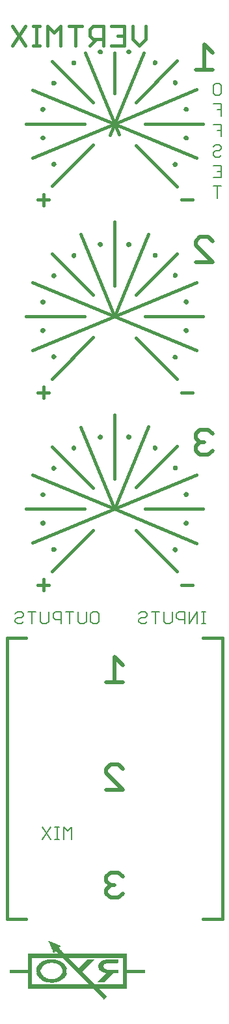
<source format=gbo>
G75*
G70*
%OFA0B0*%
%FSLAX24Y24*%
%IPPOS*%
%LPD*%
%AMOC8*
5,1,8,0,0,1.08239X$1,22.5*
%
%ADD10C,0.0210*%
%ADD11C,0.0160*%
%ADD12C,0.0120*%
%ADD13C,0.0150*%
%ADD14C,0.0170*%
%ADD15C,0.0080*%
%ADD16R,0.0012X0.0006*%
%ADD17R,0.0024X0.0006*%
%ADD18R,0.0035X0.0006*%
%ADD19R,0.0047X0.0006*%
%ADD20R,0.0059X0.0006*%
%ADD21R,0.0071X0.0006*%
%ADD22R,0.0083X0.0006*%
%ADD23R,0.0094X0.0006*%
%ADD24R,0.0106X0.0006*%
%ADD25R,0.0118X0.0006*%
%ADD26R,0.0130X0.0006*%
%ADD27R,0.0142X0.0006*%
%ADD28R,0.0154X0.0006*%
%ADD29R,0.0165X0.0006*%
%ADD30R,0.0177X0.0006*%
%ADD31R,0.0189X0.0006*%
%ADD32R,0.0201X0.0006*%
%ADD33R,0.0213X0.0006*%
%ADD34R,0.0224X0.0006*%
%ADD35R,0.0236X0.0006*%
%ADD36R,0.0248X0.0006*%
%ADD37R,0.0260X0.0006*%
%ADD38R,0.0272X0.0006*%
%ADD39R,0.0283X0.0006*%
%ADD40R,0.0289X0.0006*%
%ADD41R,0.5067X0.0006*%
%ADD42R,0.0219X0.0006*%
%ADD43R,0.0301X0.0006*%
%ADD44R,0.0331X0.0006*%
%ADD45R,0.0390X0.0006*%
%ADD46R,0.0449X0.0006*%
%ADD47R,0.0502X0.0006*%
%ADD48R,0.0543X0.0006*%
%ADD49R,0.0585X0.0006*%
%ADD50R,0.0626X0.0006*%
%ADD51R,0.0661X0.0006*%
%ADD52R,0.0691X0.0006*%
%ADD53R,0.0726X0.0006*%
%ADD54R,0.0750X0.0006*%
%ADD55R,0.0774X0.0006*%
%ADD56R,0.0803X0.0006*%
%ADD57R,0.0833X0.0006*%
%ADD58R,0.0856X0.0006*%
%ADD59R,0.0880X0.0006*%
%ADD60R,0.0904X0.0006*%
%ADD61R,0.0921X0.0006*%
%ADD62R,0.0945X0.0006*%
%ADD63R,0.0969X0.0006*%
%ADD64R,0.0986X0.0006*%
%ADD65R,0.1004X0.0006*%
%ADD66R,0.1022X0.0006*%
%ADD67R,0.1039X0.0006*%
%ADD68R,0.1063X0.0006*%
%ADD69R,0.1075X0.0006*%
%ADD70R,0.0455X0.0006*%
%ADD71R,0.0425X0.0006*%
%ADD72R,0.0402X0.0006*%
%ADD73R,0.0396X0.0006*%
%ADD74R,0.0384X0.0006*%
%ADD75R,0.0378X0.0006*%
%ADD76R,0.0372X0.0006*%
%ADD77R,0.0360X0.0006*%
%ADD78R,0.0354X0.0006*%
%ADD79R,0.0348X0.0006*%
%ADD80R,0.0343X0.0006*%
%ADD81R,0.0337X0.0006*%
%ADD82R,0.0325X0.0006*%
%ADD83R,0.0319X0.0006*%
%ADD84R,0.0313X0.0006*%
%ADD85R,0.0307X0.0006*%
%ADD86R,0.0295X0.0006*%
%ADD87R,0.0278X0.0006*%
%ADD88R,0.0266X0.0006*%
%ADD89R,0.0254X0.0006*%
%ADD90R,0.0242X0.0006*%
%ADD91R,0.0230X0.0006*%
%ADD92R,0.1104X0.0006*%
%ADD93R,0.1110X0.0006*%
%ADD94R,0.0596X0.0006*%
%ADD95R,0.0614X0.0006*%
%ADD96R,0.0638X0.0006*%
%ADD97R,0.0685X0.0006*%
%ADD98R,0.0703X0.0006*%
%ADD99R,0.0720X0.0006*%
%ADD100R,0.0738X0.0006*%
%ADD101R,0.0756X0.0006*%
%ADD102R,0.0791X0.0006*%
%ADD103R,0.0815X0.0006*%
%ADD104R,0.0827X0.0006*%
%ADD105R,0.0844X0.0006*%
%ADD106R,0.0862X0.0006*%
%ADD107R,0.0874X0.0006*%
%ADD108R,0.0886X0.0006*%
%ADD109R,0.0898X0.0006*%
%ADD110R,0.0407X0.0006*%
%ADD111R,0.0909X0.0006*%
%ADD112R,0.0419X0.0006*%
%ADD113R,0.0915X0.0006*%
%ADD114R,0.0431X0.0006*%
%ADD115R,0.0443X0.0006*%
%ADD116R,0.0467X0.0006*%
%ADD117R,0.0366X0.0006*%
%ADD118R,0.0478X0.0006*%
%ADD119R,0.0490X0.0006*%
%ADD120R,0.0514X0.0006*%
%ADD121R,0.0526X0.0006*%
%ADD122R,0.0537X0.0006*%
%ADD123R,0.0549X0.0006*%
%ADD124R,0.0561X0.0006*%
%ADD125R,0.0573X0.0006*%
%ADD126R,0.0437X0.0006*%
%ADD127R,0.0939X0.0006*%
%ADD128R,0.0933X0.0006*%
%ADD129R,0.0927X0.0006*%
%ADD130R,0.1069X0.0006*%
%ADD131R,0.1045X0.0006*%
%ADD132R,0.1033X0.0006*%
%ADD133R,0.1016X0.0006*%
%ADD134R,0.0998X0.0006*%
%ADD135R,0.0892X0.0006*%
%ADD136R,0.0980X0.0006*%
%ADD137R,0.0963X0.0006*%
%ADD138R,0.0868X0.0006*%
%ADD139R,0.0850X0.0006*%
%ADD140R,0.0821X0.0006*%
%ADD141R,0.0797X0.0006*%
%ADD142R,0.0809X0.0006*%
%ADD143R,0.0780X0.0006*%
%ADD144R,0.0715X0.0006*%
%ADD145R,0.0768X0.0006*%
%ADD146R,0.0656X0.0006*%
%ADD147R,0.0620X0.0006*%
%ADD148R,0.0709X0.0006*%
%ADD149R,0.0679X0.0006*%
%ADD150R,0.0496X0.0006*%
%ADD151R,0.0018X0.0006*%
%ADD152R,0.0030X0.0006*%
%ADD153R,0.0053X0.0006*%
%ADD154R,0.0077X0.0006*%
%ADD155R,0.0089X0.0006*%
%ADD156R,0.0100X0.0006*%
%ADD157R,0.0112X0.0006*%
%ADD158R,0.0136X0.0006*%
%ADD159R,0.0413X0.0006*%
%ADD160R,0.0461X0.0006*%
%ADD161R,0.0472X0.0006*%
%ADD162R,0.0484X0.0006*%
%ADD163R,0.0171X0.0006*%
D10*
X005637Y005785D02*
X005852Y005570D01*
X006282Y005570D01*
X006497Y005785D01*
X006497Y006646D02*
X006282Y006861D01*
X005852Y006861D01*
X005637Y006646D01*
X005637Y006431D01*
X005852Y006216D01*
X005637Y006000D01*
X005637Y005785D01*
X005852Y006216D02*
X006067Y006216D01*
X005637Y011082D02*
X006497Y011082D01*
X005637Y011943D01*
X005637Y012158D01*
X005852Y012373D01*
X006282Y012373D01*
X006497Y012158D01*
X006497Y016594D02*
X005637Y016594D01*
X006067Y016594D02*
X006067Y017885D01*
X006497Y017454D01*
X010438Y028208D02*
X010223Y028423D01*
X010223Y028638D01*
X010438Y028853D01*
X010654Y028853D01*
X010438Y028853D02*
X010223Y029068D01*
X010223Y029284D01*
X010438Y029499D01*
X010869Y029499D01*
X011084Y029284D01*
X011084Y028423D02*
X010869Y028208D01*
X010438Y028208D01*
X010223Y038050D02*
X011084Y038050D01*
X010223Y038911D01*
X010223Y039126D01*
X010438Y039341D01*
X010869Y039341D01*
X011084Y039126D01*
X011084Y047893D02*
X010223Y047893D01*
X010654Y047893D02*
X010654Y049184D01*
X011084Y048754D01*
D11*
X001543Y004481D02*
X000559Y004481D01*
X000559Y018851D01*
X001543Y018851D01*
X001874Y023713D02*
X006071Y025445D01*
X004331Y029630D01*
X002862Y028634D02*
X004968Y026528D01*
X004516Y025445D02*
X001531Y025445D01*
X001870Y027178D02*
X006071Y025445D01*
X007811Y029650D01*
X009260Y028654D02*
X007153Y026548D01*
X007626Y025445D02*
X010610Y025445D01*
X010264Y023701D02*
X006071Y025445D01*
X010264Y027189D01*
X007153Y024343D02*
X009260Y022237D01*
X010598Y018851D02*
X011583Y018851D01*
X011583Y004481D01*
X010598Y004481D01*
X006071Y027000D02*
X006071Y030260D01*
X009260Y032079D02*
X007153Y034185D01*
X007626Y035288D02*
X010610Y035288D01*
X010264Y037032D02*
X006071Y035288D01*
X004331Y039473D01*
X002862Y038477D02*
X004968Y036370D01*
X004516Y035288D02*
X001531Y035288D01*
X001870Y037020D02*
X006071Y035288D01*
X007811Y039493D01*
X009260Y038496D02*
X007153Y036390D01*
X006071Y036843D02*
X006071Y040103D01*
X009260Y041922D02*
X007153Y044028D01*
X007626Y045130D02*
X010610Y045130D01*
X010264Y043386D02*
X006071Y045130D01*
X001874Y043398D01*
X001531Y045130D02*
X004516Y045130D01*
X004968Y044048D02*
X002862Y041941D01*
X006071Y045130D02*
X001870Y046863D01*
X002862Y048319D02*
X004968Y046213D01*
X006297Y044579D02*
X004557Y048764D01*
X007575Y048764D02*
X005835Y044559D01*
X006071Y045130D02*
X010264Y046874D01*
X009260Y048339D02*
X007153Y046233D01*
X006071Y046685D02*
X006071Y048764D01*
X006071Y035288D02*
X001874Y033556D01*
X002862Y032099D02*
X004968Y034205D01*
X006071Y035288D02*
X010264Y033544D01*
X004968Y024363D02*
X002862Y022256D01*
D12*
X002898Y023374D02*
X002900Y023389D01*
X002905Y023402D01*
X002914Y023414D01*
X002925Y023424D01*
X002939Y023430D01*
X002953Y023433D01*
X002968Y023432D01*
X002982Y023427D01*
X002995Y023419D01*
X003005Y023409D01*
X003012Y023396D01*
X003016Y023381D01*
X003016Y023367D01*
X003012Y023352D01*
X003005Y023339D01*
X002995Y023329D01*
X002982Y023321D01*
X002968Y023316D01*
X002953Y023315D01*
X002939Y023318D01*
X002925Y023324D01*
X002914Y023334D01*
X002905Y023346D01*
X002900Y023359D01*
X002898Y023374D01*
X002342Y024717D02*
X002344Y024732D01*
X002349Y024745D01*
X002358Y024757D01*
X002369Y024767D01*
X002383Y024773D01*
X002397Y024776D01*
X002412Y024775D01*
X002426Y024770D01*
X002439Y024762D01*
X002449Y024752D01*
X002456Y024739D01*
X002460Y024724D01*
X002460Y024710D01*
X002456Y024695D01*
X002449Y024682D01*
X002439Y024672D01*
X002426Y024664D01*
X002412Y024659D01*
X002397Y024658D01*
X002383Y024661D01*
X002369Y024667D01*
X002358Y024677D01*
X002349Y024689D01*
X002344Y024702D01*
X002342Y024717D01*
X002342Y026174D02*
X002344Y026189D01*
X002349Y026202D01*
X002358Y026214D01*
X002369Y026224D01*
X002383Y026230D01*
X002397Y026233D01*
X002412Y026232D01*
X002426Y026227D01*
X002439Y026219D01*
X002449Y026209D01*
X002456Y026196D01*
X002460Y026181D01*
X002460Y026167D01*
X002456Y026152D01*
X002449Y026139D01*
X002439Y026129D01*
X002426Y026121D01*
X002412Y026116D01*
X002397Y026115D01*
X002383Y026118D01*
X002369Y026124D01*
X002358Y026134D01*
X002349Y026146D01*
X002344Y026159D01*
X002342Y026174D01*
X002898Y027516D02*
X002900Y027531D01*
X002905Y027544D01*
X002914Y027556D01*
X002925Y027566D01*
X002939Y027572D01*
X002953Y027575D01*
X002968Y027574D01*
X002982Y027569D01*
X002995Y027561D01*
X003005Y027551D01*
X003012Y027538D01*
X003016Y027523D01*
X003016Y027509D01*
X003012Y027494D01*
X003005Y027481D01*
X002995Y027471D01*
X002982Y027463D01*
X002968Y027458D01*
X002953Y027457D01*
X002939Y027460D01*
X002925Y027466D01*
X002914Y027476D01*
X002905Y027488D01*
X002900Y027501D01*
X002898Y027516D01*
X003925Y028552D02*
X003927Y028567D01*
X003932Y028580D01*
X003941Y028592D01*
X003952Y028602D01*
X003966Y028608D01*
X003980Y028611D01*
X003995Y028610D01*
X004009Y028605D01*
X004022Y028597D01*
X004032Y028587D01*
X004039Y028574D01*
X004043Y028559D01*
X004043Y028545D01*
X004039Y028530D01*
X004032Y028517D01*
X004022Y028507D01*
X004009Y028499D01*
X003995Y028494D01*
X003980Y028493D01*
X003966Y028496D01*
X003952Y028502D01*
X003941Y028512D01*
X003932Y028524D01*
X003927Y028537D01*
X003925Y028552D01*
X002898Y033217D02*
X002900Y033232D01*
X002905Y033245D01*
X002914Y033257D01*
X002925Y033267D01*
X002939Y033273D01*
X002953Y033276D01*
X002968Y033275D01*
X002982Y033270D01*
X002995Y033262D01*
X003005Y033252D01*
X003012Y033239D01*
X003016Y033224D01*
X003016Y033210D01*
X003012Y033195D01*
X003005Y033182D01*
X002995Y033172D01*
X002982Y033164D01*
X002968Y033159D01*
X002953Y033158D01*
X002939Y033161D01*
X002925Y033167D01*
X002914Y033177D01*
X002905Y033189D01*
X002900Y033202D01*
X002898Y033217D01*
X002342Y034559D02*
X002344Y034574D01*
X002349Y034587D01*
X002358Y034599D01*
X002369Y034609D01*
X002383Y034615D01*
X002397Y034618D01*
X002412Y034617D01*
X002426Y034612D01*
X002439Y034604D01*
X002449Y034594D01*
X002456Y034581D01*
X002460Y034566D01*
X002460Y034552D01*
X002456Y034537D01*
X002449Y034524D01*
X002439Y034514D01*
X002426Y034506D01*
X002412Y034501D01*
X002397Y034500D01*
X002383Y034503D01*
X002369Y034509D01*
X002358Y034519D01*
X002349Y034531D01*
X002344Y034544D01*
X002342Y034559D01*
X002342Y036016D02*
X002344Y036031D01*
X002349Y036044D01*
X002358Y036056D01*
X002369Y036066D01*
X002383Y036072D01*
X002397Y036075D01*
X002412Y036074D01*
X002426Y036069D01*
X002439Y036061D01*
X002449Y036051D01*
X002456Y036038D01*
X002460Y036023D01*
X002460Y036009D01*
X002456Y035994D01*
X002449Y035981D01*
X002439Y035971D01*
X002426Y035963D01*
X002412Y035958D01*
X002397Y035957D01*
X002383Y035960D01*
X002369Y035966D01*
X002358Y035976D01*
X002349Y035988D01*
X002344Y036001D01*
X002342Y036016D01*
X002898Y037359D02*
X002900Y037374D01*
X002905Y037387D01*
X002914Y037399D01*
X002925Y037409D01*
X002939Y037415D01*
X002953Y037418D01*
X002968Y037417D01*
X002982Y037412D01*
X002995Y037404D01*
X003005Y037394D01*
X003012Y037381D01*
X003016Y037366D01*
X003016Y037352D01*
X003012Y037337D01*
X003005Y037324D01*
X002995Y037314D01*
X002982Y037306D01*
X002968Y037301D01*
X002953Y037300D01*
X002939Y037303D01*
X002925Y037309D01*
X002914Y037319D01*
X002905Y037331D01*
X002900Y037344D01*
X002898Y037359D01*
X003925Y038394D02*
X003927Y038409D01*
X003932Y038422D01*
X003941Y038434D01*
X003952Y038444D01*
X003966Y038450D01*
X003980Y038453D01*
X003995Y038452D01*
X004009Y038447D01*
X004022Y038439D01*
X004032Y038429D01*
X004039Y038416D01*
X004043Y038401D01*
X004043Y038387D01*
X004039Y038372D01*
X004032Y038359D01*
X004022Y038349D01*
X004009Y038341D01*
X003995Y038336D01*
X003980Y038335D01*
X003966Y038338D01*
X003952Y038344D01*
X003941Y038354D01*
X003932Y038366D01*
X003927Y038379D01*
X003925Y038394D01*
X002898Y043059D02*
X002900Y043074D01*
X002905Y043087D01*
X002914Y043099D01*
X002925Y043109D01*
X002939Y043115D01*
X002953Y043118D01*
X002968Y043117D01*
X002982Y043112D01*
X002995Y043104D01*
X003005Y043094D01*
X003012Y043081D01*
X003016Y043066D01*
X003016Y043052D01*
X003012Y043037D01*
X003005Y043024D01*
X002995Y043014D01*
X002982Y043006D01*
X002968Y043001D01*
X002953Y043000D01*
X002939Y043003D01*
X002925Y043009D01*
X002914Y043019D01*
X002905Y043031D01*
X002900Y043044D01*
X002898Y043059D01*
X002342Y044402D02*
X002344Y044417D01*
X002349Y044430D01*
X002358Y044442D01*
X002369Y044452D01*
X002383Y044458D01*
X002397Y044461D01*
X002412Y044460D01*
X002426Y044455D01*
X002439Y044447D01*
X002449Y044437D01*
X002456Y044424D01*
X002460Y044409D01*
X002460Y044395D01*
X002456Y044380D01*
X002449Y044367D01*
X002439Y044357D01*
X002426Y044349D01*
X002412Y044344D01*
X002397Y044343D01*
X002383Y044346D01*
X002369Y044352D01*
X002358Y044362D01*
X002349Y044374D01*
X002344Y044387D01*
X002342Y044402D01*
X002342Y045859D02*
X002344Y045874D01*
X002349Y045887D01*
X002358Y045899D01*
X002369Y045909D01*
X002383Y045915D01*
X002397Y045918D01*
X002412Y045917D01*
X002426Y045912D01*
X002439Y045904D01*
X002449Y045894D01*
X002456Y045881D01*
X002460Y045866D01*
X002460Y045852D01*
X002456Y045837D01*
X002449Y045824D01*
X002439Y045814D01*
X002426Y045806D01*
X002412Y045801D01*
X002397Y045800D01*
X002383Y045803D01*
X002369Y045809D01*
X002358Y045819D01*
X002349Y045831D01*
X002344Y045844D01*
X002342Y045859D01*
X002898Y047201D02*
X002900Y047216D01*
X002905Y047229D01*
X002914Y047241D01*
X002925Y047251D01*
X002939Y047257D01*
X002953Y047260D01*
X002968Y047259D01*
X002982Y047254D01*
X002995Y047246D01*
X003005Y047236D01*
X003012Y047223D01*
X003016Y047208D01*
X003016Y047194D01*
X003012Y047179D01*
X003005Y047166D01*
X002995Y047156D01*
X002982Y047148D01*
X002968Y047143D01*
X002953Y047142D01*
X002939Y047145D01*
X002925Y047151D01*
X002914Y047161D01*
X002905Y047173D01*
X002900Y047186D01*
X002898Y047201D01*
X003925Y048237D02*
X003927Y048252D01*
X003932Y048265D01*
X003941Y048277D01*
X003952Y048287D01*
X003966Y048293D01*
X003980Y048296D01*
X003995Y048295D01*
X004009Y048290D01*
X004022Y048282D01*
X004032Y048272D01*
X004039Y048259D01*
X004043Y048244D01*
X004043Y048230D01*
X004039Y048215D01*
X004032Y048202D01*
X004022Y048192D01*
X004009Y048184D01*
X003995Y048179D01*
X003980Y048178D01*
X003966Y048181D01*
X003952Y048187D01*
X003941Y048197D01*
X003932Y048209D01*
X003927Y048222D01*
X003925Y048237D01*
X005279Y048800D02*
X005281Y048815D01*
X005286Y048828D01*
X005295Y048840D01*
X005306Y048850D01*
X005320Y048856D01*
X005334Y048859D01*
X005349Y048858D01*
X005363Y048853D01*
X005376Y048845D01*
X005386Y048835D01*
X005393Y048822D01*
X005397Y048807D01*
X005397Y048793D01*
X005393Y048778D01*
X005386Y048765D01*
X005376Y048755D01*
X005363Y048747D01*
X005349Y048742D01*
X005334Y048741D01*
X005320Y048744D01*
X005306Y048750D01*
X005295Y048760D01*
X005286Y048772D01*
X005281Y048785D01*
X005279Y048800D01*
X006740Y048800D02*
X006742Y048815D01*
X006747Y048828D01*
X006756Y048840D01*
X006767Y048850D01*
X006781Y048856D01*
X006795Y048859D01*
X006810Y048858D01*
X006824Y048853D01*
X006837Y048845D01*
X006847Y048835D01*
X006854Y048822D01*
X006858Y048807D01*
X006858Y048793D01*
X006854Y048778D01*
X006847Y048765D01*
X006837Y048755D01*
X006824Y048747D01*
X006810Y048742D01*
X006795Y048741D01*
X006781Y048744D01*
X006767Y048750D01*
X006756Y048760D01*
X006747Y048772D01*
X006742Y048785D01*
X006740Y048800D01*
X008083Y048244D02*
X008085Y048259D01*
X008090Y048272D01*
X008099Y048284D01*
X008110Y048294D01*
X008124Y048300D01*
X008138Y048303D01*
X008153Y048302D01*
X008167Y048297D01*
X008180Y048289D01*
X008190Y048279D01*
X008197Y048266D01*
X008201Y048251D01*
X008201Y048237D01*
X008197Y048222D01*
X008190Y048209D01*
X008180Y048199D01*
X008167Y048191D01*
X008153Y048186D01*
X008138Y048185D01*
X008124Y048188D01*
X008110Y048194D01*
X008099Y048204D01*
X008090Y048216D01*
X008085Y048229D01*
X008083Y048244D01*
X009118Y047221D02*
X009120Y047236D01*
X009125Y047249D01*
X009134Y047261D01*
X009145Y047271D01*
X009159Y047277D01*
X009173Y047280D01*
X009188Y047279D01*
X009202Y047274D01*
X009215Y047266D01*
X009225Y047256D01*
X009232Y047243D01*
X009236Y047228D01*
X009236Y047214D01*
X009232Y047199D01*
X009225Y047186D01*
X009215Y047176D01*
X009202Y047168D01*
X009188Y047163D01*
X009173Y047162D01*
X009159Y047165D01*
X009145Y047171D01*
X009134Y047181D01*
X009125Y047193D01*
X009120Y047206D01*
X009118Y047221D01*
X009681Y045863D02*
X009683Y045878D01*
X009688Y045891D01*
X009697Y045903D01*
X009708Y045913D01*
X009722Y045919D01*
X009736Y045922D01*
X009751Y045921D01*
X009765Y045916D01*
X009778Y045908D01*
X009788Y045898D01*
X009795Y045885D01*
X009799Y045870D01*
X009799Y045856D01*
X009795Y045841D01*
X009788Y045828D01*
X009778Y045818D01*
X009765Y045810D01*
X009751Y045805D01*
X009736Y045804D01*
X009722Y045807D01*
X009708Y045813D01*
X009697Y045823D01*
X009688Y045835D01*
X009683Y045848D01*
X009681Y045863D01*
X009677Y044398D02*
X009679Y044413D01*
X009684Y044426D01*
X009693Y044438D01*
X009704Y044448D01*
X009718Y044454D01*
X009732Y044457D01*
X009747Y044456D01*
X009761Y044451D01*
X009774Y044443D01*
X009784Y044433D01*
X009791Y044420D01*
X009795Y044405D01*
X009795Y044391D01*
X009791Y044376D01*
X009784Y044363D01*
X009774Y044353D01*
X009761Y044345D01*
X009747Y044340D01*
X009732Y044339D01*
X009718Y044342D01*
X009704Y044348D01*
X009693Y044358D01*
X009684Y044370D01*
X009679Y044383D01*
X009677Y044398D01*
X009114Y043044D02*
X009116Y043059D01*
X009121Y043072D01*
X009130Y043084D01*
X009141Y043094D01*
X009155Y043100D01*
X009169Y043103D01*
X009184Y043102D01*
X009198Y043097D01*
X009211Y043089D01*
X009221Y043079D01*
X009228Y043066D01*
X009232Y043051D01*
X009232Y043037D01*
X009228Y043022D01*
X009221Y043009D01*
X009211Y042999D01*
X009198Y042991D01*
X009184Y042986D01*
X009169Y042985D01*
X009155Y042988D01*
X009141Y042994D01*
X009130Y043004D01*
X009121Y043016D01*
X009116Y043029D01*
X009114Y043044D01*
X008083Y038402D02*
X008085Y038417D01*
X008090Y038430D01*
X008099Y038442D01*
X008110Y038452D01*
X008124Y038458D01*
X008138Y038461D01*
X008153Y038460D01*
X008167Y038455D01*
X008180Y038447D01*
X008190Y038437D01*
X008197Y038424D01*
X008201Y038409D01*
X008201Y038395D01*
X008197Y038380D01*
X008190Y038367D01*
X008180Y038357D01*
X008167Y038349D01*
X008153Y038344D01*
X008138Y038343D01*
X008124Y038346D01*
X008110Y038352D01*
X008099Y038362D01*
X008090Y038374D01*
X008085Y038387D01*
X008083Y038402D01*
X009118Y037378D02*
X009120Y037393D01*
X009125Y037406D01*
X009134Y037418D01*
X009145Y037428D01*
X009159Y037434D01*
X009173Y037437D01*
X009188Y037436D01*
X009202Y037431D01*
X009215Y037423D01*
X009225Y037413D01*
X009232Y037400D01*
X009236Y037385D01*
X009236Y037371D01*
X009232Y037356D01*
X009225Y037343D01*
X009215Y037333D01*
X009202Y037325D01*
X009188Y037320D01*
X009173Y037319D01*
X009159Y037322D01*
X009145Y037328D01*
X009134Y037338D01*
X009125Y037350D01*
X009120Y037363D01*
X009118Y037378D01*
X009681Y036020D02*
X009683Y036035D01*
X009688Y036048D01*
X009697Y036060D01*
X009708Y036070D01*
X009722Y036076D01*
X009736Y036079D01*
X009751Y036078D01*
X009765Y036073D01*
X009778Y036065D01*
X009788Y036055D01*
X009795Y036042D01*
X009799Y036027D01*
X009799Y036013D01*
X009795Y035998D01*
X009788Y035985D01*
X009778Y035975D01*
X009765Y035967D01*
X009751Y035962D01*
X009736Y035961D01*
X009722Y035964D01*
X009708Y035970D01*
X009697Y035980D01*
X009688Y035992D01*
X009683Y036005D01*
X009681Y036020D01*
X009677Y034556D02*
X009679Y034571D01*
X009684Y034584D01*
X009693Y034596D01*
X009704Y034606D01*
X009718Y034612D01*
X009732Y034615D01*
X009747Y034614D01*
X009761Y034609D01*
X009774Y034601D01*
X009784Y034591D01*
X009791Y034578D01*
X009795Y034563D01*
X009795Y034549D01*
X009791Y034534D01*
X009784Y034521D01*
X009774Y034511D01*
X009761Y034503D01*
X009747Y034498D01*
X009732Y034497D01*
X009718Y034500D01*
X009704Y034506D01*
X009693Y034516D01*
X009684Y034528D01*
X009679Y034541D01*
X009677Y034556D01*
X009114Y033201D02*
X009116Y033216D01*
X009121Y033229D01*
X009130Y033241D01*
X009141Y033251D01*
X009155Y033257D01*
X009169Y033260D01*
X009184Y033259D01*
X009198Y033254D01*
X009211Y033246D01*
X009221Y033236D01*
X009228Y033223D01*
X009232Y033208D01*
X009232Y033194D01*
X009228Y033179D01*
X009221Y033166D01*
X009211Y033156D01*
X009198Y033148D01*
X009184Y033143D01*
X009169Y033142D01*
X009155Y033145D01*
X009141Y033151D01*
X009130Y033161D01*
X009121Y033173D01*
X009116Y033186D01*
X009114Y033201D01*
X008083Y028559D02*
X008085Y028574D01*
X008090Y028587D01*
X008099Y028599D01*
X008110Y028609D01*
X008124Y028615D01*
X008138Y028618D01*
X008153Y028617D01*
X008167Y028612D01*
X008180Y028604D01*
X008190Y028594D01*
X008197Y028581D01*
X008201Y028566D01*
X008201Y028552D01*
X008197Y028537D01*
X008190Y028524D01*
X008180Y028514D01*
X008167Y028506D01*
X008153Y028501D01*
X008138Y028500D01*
X008124Y028503D01*
X008110Y028509D01*
X008099Y028519D01*
X008090Y028531D01*
X008085Y028544D01*
X008083Y028559D01*
X009118Y027536D02*
X009120Y027551D01*
X009125Y027564D01*
X009134Y027576D01*
X009145Y027586D01*
X009159Y027592D01*
X009173Y027595D01*
X009188Y027594D01*
X009202Y027589D01*
X009215Y027581D01*
X009225Y027571D01*
X009232Y027558D01*
X009236Y027543D01*
X009236Y027529D01*
X009232Y027514D01*
X009225Y027501D01*
X009215Y027491D01*
X009202Y027483D01*
X009188Y027478D01*
X009173Y027477D01*
X009159Y027480D01*
X009145Y027486D01*
X009134Y027496D01*
X009125Y027508D01*
X009120Y027521D01*
X009118Y027536D01*
X009681Y026178D02*
X009683Y026193D01*
X009688Y026206D01*
X009697Y026218D01*
X009708Y026228D01*
X009722Y026234D01*
X009736Y026237D01*
X009751Y026236D01*
X009765Y026231D01*
X009778Y026223D01*
X009788Y026213D01*
X009795Y026200D01*
X009799Y026185D01*
X009799Y026171D01*
X009795Y026156D01*
X009788Y026143D01*
X009778Y026133D01*
X009765Y026125D01*
X009751Y026120D01*
X009736Y026119D01*
X009722Y026122D01*
X009708Y026128D01*
X009697Y026138D01*
X009688Y026150D01*
X009683Y026163D01*
X009681Y026178D01*
X009677Y024713D02*
X009679Y024728D01*
X009684Y024741D01*
X009693Y024753D01*
X009704Y024763D01*
X009718Y024769D01*
X009732Y024772D01*
X009747Y024771D01*
X009761Y024766D01*
X009774Y024758D01*
X009784Y024748D01*
X009791Y024735D01*
X009795Y024720D01*
X009795Y024706D01*
X009791Y024691D01*
X009784Y024678D01*
X009774Y024668D01*
X009761Y024660D01*
X009747Y024655D01*
X009732Y024654D01*
X009718Y024657D01*
X009704Y024663D01*
X009693Y024673D01*
X009684Y024685D01*
X009679Y024698D01*
X009677Y024713D01*
X009114Y023359D02*
X009116Y023374D01*
X009121Y023387D01*
X009130Y023399D01*
X009141Y023409D01*
X009155Y023415D01*
X009169Y023418D01*
X009184Y023417D01*
X009198Y023412D01*
X009211Y023404D01*
X009221Y023394D01*
X009228Y023381D01*
X009232Y023366D01*
X009232Y023352D01*
X009228Y023337D01*
X009221Y023324D01*
X009211Y023314D01*
X009198Y023306D01*
X009184Y023301D01*
X009169Y023300D01*
X009155Y023303D01*
X009141Y023309D01*
X009130Y023319D01*
X009121Y023331D01*
X009116Y023344D01*
X009114Y023359D01*
X006740Y029115D02*
X006742Y029130D01*
X006747Y029143D01*
X006756Y029155D01*
X006767Y029165D01*
X006781Y029171D01*
X006795Y029174D01*
X006810Y029173D01*
X006824Y029168D01*
X006837Y029160D01*
X006847Y029150D01*
X006854Y029137D01*
X006858Y029122D01*
X006858Y029108D01*
X006854Y029093D01*
X006847Y029080D01*
X006837Y029070D01*
X006824Y029062D01*
X006810Y029057D01*
X006795Y029056D01*
X006781Y029059D01*
X006767Y029065D01*
X006756Y029075D01*
X006747Y029087D01*
X006742Y029100D01*
X006740Y029115D01*
X005279Y029115D02*
X005281Y029130D01*
X005286Y029143D01*
X005295Y029155D01*
X005306Y029165D01*
X005320Y029171D01*
X005334Y029174D01*
X005349Y029173D01*
X005363Y029168D01*
X005376Y029160D01*
X005386Y029150D01*
X005393Y029137D01*
X005397Y029122D01*
X005397Y029108D01*
X005393Y029093D01*
X005386Y029080D01*
X005376Y029070D01*
X005363Y029062D01*
X005349Y029057D01*
X005334Y029056D01*
X005320Y029059D01*
X005306Y029065D01*
X005295Y029075D01*
X005286Y029087D01*
X005281Y029100D01*
X005279Y029115D01*
X005279Y038957D02*
X005281Y038972D01*
X005286Y038985D01*
X005295Y038997D01*
X005306Y039007D01*
X005320Y039013D01*
X005334Y039016D01*
X005349Y039015D01*
X005363Y039010D01*
X005376Y039002D01*
X005386Y038992D01*
X005393Y038979D01*
X005397Y038964D01*
X005397Y038950D01*
X005393Y038935D01*
X005386Y038922D01*
X005376Y038912D01*
X005363Y038904D01*
X005349Y038899D01*
X005334Y038898D01*
X005320Y038901D01*
X005306Y038907D01*
X005295Y038917D01*
X005286Y038929D01*
X005281Y038942D01*
X005279Y038957D01*
X006740Y038957D02*
X006742Y038972D01*
X006747Y038985D01*
X006756Y038997D01*
X006767Y039007D01*
X006781Y039013D01*
X006795Y039016D01*
X006810Y039015D01*
X006824Y039010D01*
X006837Y039002D01*
X006847Y038992D01*
X006854Y038979D01*
X006858Y038964D01*
X006858Y038950D01*
X006854Y038935D01*
X006847Y038922D01*
X006837Y038912D01*
X006824Y038904D01*
X006810Y038899D01*
X006795Y038898D01*
X006781Y038901D01*
X006767Y038907D01*
X006756Y038917D01*
X006747Y038929D01*
X006742Y038942D01*
X006740Y038957D01*
D13*
X009503Y041241D02*
X010071Y041241D01*
X010071Y031398D02*
X009503Y031398D01*
X009503Y021556D02*
X010071Y021556D01*
X002708Y021556D02*
X002141Y021556D01*
X002425Y021839D02*
X002425Y021272D01*
X002425Y031115D02*
X002425Y031682D01*
X002708Y031398D02*
X002141Y031398D01*
X002425Y040957D02*
X002425Y041524D01*
X002708Y041241D02*
X002141Y041241D01*
D14*
X002221Y049113D02*
X001884Y049113D01*
X002053Y049113D02*
X002053Y050125D01*
X002221Y050125D02*
X001884Y050125D01*
X001496Y050125D02*
X000822Y049113D01*
X001496Y049113D02*
X000822Y050125D01*
X002634Y050125D02*
X002634Y049113D01*
X002971Y049788D02*
X002634Y050125D01*
X002971Y049788D02*
X003309Y050125D01*
X003309Y049113D01*
X003722Y050125D02*
X004396Y050125D01*
X004059Y050125D02*
X004059Y049113D01*
X004809Y049113D02*
X005147Y049450D01*
X004978Y049450D02*
X005484Y049450D01*
X005484Y049113D02*
X005484Y050125D01*
X004978Y050125D01*
X004809Y049956D01*
X004809Y049619D01*
X004978Y049450D01*
X005897Y049113D02*
X006571Y049113D01*
X006571Y050125D01*
X005897Y050125D01*
X006234Y049619D02*
X006571Y049619D01*
X006984Y049450D02*
X006984Y050125D01*
X006984Y049450D02*
X007322Y049113D01*
X007659Y049450D01*
X007659Y050125D01*
D15*
X011129Y047099D02*
X011129Y046685D01*
X011232Y046582D01*
X011439Y046582D01*
X011543Y046685D01*
X011543Y047099D01*
X011439Y047202D01*
X011232Y047202D01*
X011129Y047099D01*
X011129Y046152D02*
X011543Y046152D01*
X011543Y045532D01*
X011543Y045842D02*
X011336Y045842D01*
X011543Y045102D02*
X011129Y045102D01*
X011336Y044792D02*
X011543Y044792D01*
X011543Y044482D02*
X011543Y045102D01*
X011439Y044052D02*
X011543Y043949D01*
X011543Y043845D01*
X011439Y043742D01*
X011232Y043742D01*
X011129Y043639D01*
X011129Y043535D01*
X011232Y043432D01*
X011439Y043432D01*
X011543Y043535D01*
X011439Y044052D02*
X011232Y044052D01*
X011129Y043949D01*
X011129Y043002D02*
X011543Y043002D01*
X011543Y042382D01*
X011129Y042382D01*
X011129Y041952D02*
X011543Y041952D01*
X011543Y042692D02*
X011336Y042692D01*
X011336Y041952D02*
X011336Y041332D01*
X010735Y020200D02*
X010529Y020200D01*
X010632Y020200D02*
X010632Y019580D01*
X010735Y019580D02*
X010529Y019580D01*
X010306Y019580D02*
X010306Y020200D01*
X009892Y019580D01*
X009892Y020200D01*
X009661Y020200D02*
X009661Y019580D01*
X009661Y019787D02*
X009351Y019787D01*
X009248Y019890D01*
X009248Y020097D01*
X009351Y020200D01*
X009661Y020200D01*
X009017Y020200D02*
X009017Y019683D01*
X008913Y019580D01*
X008706Y019580D01*
X008603Y019683D01*
X008603Y020200D01*
X008372Y020200D02*
X007958Y020200D01*
X008165Y020200D02*
X008165Y019580D01*
X007728Y019683D02*
X007624Y019580D01*
X007417Y019580D01*
X007314Y019683D01*
X007314Y019787D01*
X007417Y019890D01*
X007624Y019890D01*
X007728Y019993D01*
X007728Y020097D01*
X007624Y020200D01*
X007417Y020200D01*
X007314Y020097D01*
X005263Y020097D02*
X005263Y019683D01*
X005160Y019580D01*
X004953Y019580D01*
X004849Y019683D01*
X004849Y020097D01*
X004953Y020200D01*
X005160Y020200D01*
X005263Y020097D01*
X004618Y020200D02*
X004618Y019683D01*
X004515Y019580D01*
X004308Y019580D01*
X004205Y019683D01*
X004205Y020200D01*
X003974Y020200D02*
X003560Y020200D01*
X003767Y020200D02*
X003767Y019580D01*
X003329Y019580D02*
X003329Y020200D01*
X003019Y020200D01*
X002916Y020097D01*
X002916Y019890D01*
X003019Y019787D01*
X003329Y019787D01*
X002685Y019683D02*
X002581Y019580D01*
X002375Y019580D01*
X002271Y019683D01*
X002271Y020200D01*
X002040Y020200D02*
X001627Y020200D01*
X001833Y020200D02*
X001833Y019580D01*
X001396Y019683D02*
X001292Y019580D01*
X001085Y019580D01*
X000982Y019683D01*
X000982Y019787D01*
X001085Y019890D01*
X001292Y019890D01*
X001396Y019993D01*
X001396Y020097D01*
X001292Y020200D01*
X001085Y020200D01*
X000982Y020097D01*
X002685Y020200D02*
X002685Y019683D01*
X002791Y009177D02*
X002377Y008556D01*
X002791Y008556D02*
X002377Y009177D01*
X003014Y009177D02*
X003221Y009177D01*
X003117Y009177D02*
X003117Y008556D01*
X003014Y008556D02*
X003221Y008556D01*
X003452Y008556D02*
X003452Y009177D01*
X003659Y008970D01*
X003865Y009177D01*
X003865Y008556D01*
D16*
X002712Y003327D03*
X002954Y002737D03*
X005523Y000369D03*
D17*
X005523Y000374D03*
X002717Y003321D03*
D18*
X002723Y003315D03*
X002960Y002754D03*
X005523Y000380D03*
D19*
X005523Y000386D03*
X002960Y002760D03*
X002735Y003309D03*
D20*
X002741Y003304D03*
X002965Y002772D03*
X005523Y000392D03*
D21*
X005523Y000398D03*
X002965Y002778D03*
X002753Y003298D03*
D22*
X002759Y003292D03*
X005523Y000404D03*
D23*
X005523Y000410D03*
X002971Y002796D03*
D24*
X002776Y003280D03*
X005523Y000416D03*
D25*
X005523Y000422D03*
X002977Y002813D03*
D26*
X002977Y002819D03*
X002794Y003268D03*
X005523Y000428D03*
D27*
X005523Y000433D03*
X002983Y002831D03*
X002800Y003262D03*
D28*
X002812Y003256D03*
X005523Y000439D03*
D29*
X005523Y000445D03*
X002818Y003250D03*
D30*
X005523Y000451D03*
D31*
X005523Y000457D03*
X002836Y003239D03*
D32*
X002841Y003233D03*
X001737Y002477D03*
X001737Y002471D03*
X001737Y002465D03*
X001737Y002459D03*
X001737Y002453D03*
X001737Y002447D03*
X001737Y002441D03*
X001737Y002435D03*
X001737Y002430D03*
X001737Y002424D03*
X001737Y002418D03*
X001737Y002412D03*
X001737Y002406D03*
X001737Y002400D03*
X001737Y002394D03*
X001737Y002388D03*
X001737Y002382D03*
X001737Y002376D03*
X001737Y002370D03*
X001737Y002365D03*
X001737Y002359D03*
X001737Y002353D03*
X001737Y002347D03*
X001737Y002341D03*
X001737Y002335D03*
X001737Y002329D03*
X001737Y002323D03*
X001737Y002317D03*
X001737Y002311D03*
X001737Y002306D03*
X001737Y002300D03*
X001737Y002294D03*
X001737Y002288D03*
X001737Y002282D03*
X001737Y002276D03*
X001737Y002270D03*
X001737Y002264D03*
X001737Y002258D03*
X001737Y002252D03*
X001737Y002246D03*
X001737Y002241D03*
X001737Y002235D03*
X001737Y002229D03*
X001737Y002223D03*
X001737Y002217D03*
X001737Y002211D03*
X001737Y002205D03*
X001737Y002199D03*
X001737Y002193D03*
X001737Y002187D03*
X001737Y002181D03*
X001737Y002176D03*
X001737Y002170D03*
X001737Y002164D03*
X001737Y002158D03*
X001737Y002152D03*
X001737Y002146D03*
X001737Y002140D03*
X001737Y002134D03*
X001737Y002128D03*
X001737Y002122D03*
X001737Y002117D03*
X001737Y002111D03*
X001737Y002105D03*
X001737Y002099D03*
X001737Y002093D03*
X001737Y002087D03*
X001737Y002081D03*
X001737Y002075D03*
X001737Y002069D03*
X001737Y002063D03*
X001737Y002057D03*
X001737Y002052D03*
X001737Y002046D03*
X001737Y002040D03*
X001737Y002034D03*
X001737Y002028D03*
X001737Y002022D03*
X001737Y002016D03*
X001737Y002010D03*
X001737Y002004D03*
X001737Y001998D03*
X001737Y001993D03*
X001737Y001987D03*
X001737Y001981D03*
X001737Y001975D03*
X001737Y001969D03*
X001737Y001963D03*
X001737Y001957D03*
X001737Y001951D03*
X001737Y001945D03*
X001737Y001939D03*
X001737Y001933D03*
X001737Y001928D03*
X001737Y001922D03*
X001737Y001916D03*
X001737Y001910D03*
X001737Y001904D03*
X001737Y001898D03*
X001737Y001892D03*
X001737Y001886D03*
X001737Y001880D03*
X001737Y001874D03*
X001737Y001869D03*
X001737Y001697D03*
X001737Y001691D03*
X001737Y001685D03*
X001737Y001680D03*
X001737Y001674D03*
X001737Y001668D03*
X001737Y001662D03*
X001737Y001656D03*
X001737Y001650D03*
X001737Y001644D03*
X001737Y001638D03*
X001737Y001632D03*
X001737Y001626D03*
X001737Y001620D03*
X001737Y001615D03*
X001737Y001609D03*
X001737Y001603D03*
X001737Y001597D03*
X001737Y001591D03*
X001737Y001585D03*
X001737Y001579D03*
X001737Y001573D03*
X001737Y001567D03*
X001737Y001561D03*
X001737Y001556D03*
X001737Y001550D03*
X001737Y001544D03*
X001737Y001538D03*
X001737Y001532D03*
X001737Y001526D03*
X001737Y001520D03*
X001737Y001514D03*
X001737Y001508D03*
X001737Y001502D03*
X001737Y001496D03*
X001737Y001491D03*
X001737Y001485D03*
X001737Y001479D03*
X001737Y001473D03*
X001737Y001467D03*
X001737Y001461D03*
X001737Y001455D03*
X001737Y001449D03*
X001737Y001443D03*
X001737Y001437D03*
X001737Y001431D03*
X001737Y001426D03*
X001737Y001420D03*
X001737Y001414D03*
X001737Y001408D03*
X001737Y001402D03*
X001737Y001396D03*
X001737Y001390D03*
X001737Y001384D03*
X001737Y001378D03*
X001737Y001372D03*
X001737Y001367D03*
X001737Y001361D03*
X001737Y001355D03*
X001737Y001349D03*
X001737Y001343D03*
X001737Y001337D03*
X001737Y001331D03*
X001737Y001325D03*
X001737Y001319D03*
X001737Y001313D03*
X001737Y001307D03*
X001737Y001302D03*
X001737Y001296D03*
X001737Y001290D03*
X001737Y001284D03*
X001737Y001278D03*
X001737Y001272D03*
X001737Y001266D03*
X001737Y001260D03*
X001737Y001254D03*
X001737Y001248D03*
X001737Y001243D03*
X001737Y001237D03*
X001737Y001231D03*
X001737Y001225D03*
X001737Y001219D03*
X001737Y001213D03*
X001737Y001207D03*
X001737Y001201D03*
X001737Y001195D03*
X001737Y001189D03*
X001737Y001183D03*
X001737Y001178D03*
X001737Y001172D03*
X001737Y001166D03*
X001737Y001160D03*
X001737Y001154D03*
X001737Y001148D03*
X001737Y001142D03*
X005523Y000463D03*
X006603Y001142D03*
X006603Y001148D03*
X006603Y001154D03*
X006603Y001160D03*
X006603Y001166D03*
X006603Y001172D03*
X006603Y001178D03*
X006603Y001183D03*
X006603Y001189D03*
X006603Y001195D03*
X006603Y001201D03*
X006603Y001207D03*
X006603Y001213D03*
X006603Y001219D03*
X006603Y001225D03*
X006603Y001231D03*
X006603Y001237D03*
X006603Y001243D03*
X006603Y001248D03*
X006603Y001254D03*
X006603Y001260D03*
X006603Y001266D03*
X006603Y001272D03*
X006603Y001278D03*
X006603Y001284D03*
X006603Y001290D03*
X006603Y001296D03*
X006603Y001302D03*
X006603Y001307D03*
X006603Y001313D03*
X006603Y001319D03*
X006603Y001325D03*
X006603Y001331D03*
X006603Y001337D03*
X006603Y001343D03*
X006603Y001349D03*
X006603Y001355D03*
X006603Y001361D03*
X006603Y001367D03*
X006603Y001372D03*
X006603Y001378D03*
X006603Y001384D03*
X006603Y001390D03*
X006603Y001396D03*
X006603Y001402D03*
X006603Y001408D03*
X006603Y001414D03*
X006603Y001420D03*
X006603Y001426D03*
X006603Y001431D03*
X006603Y001437D03*
X006603Y001443D03*
X006603Y001449D03*
X006603Y001455D03*
X006603Y001461D03*
X006603Y001467D03*
X006603Y001473D03*
X006603Y001479D03*
X006603Y001485D03*
X006603Y001491D03*
X006603Y001496D03*
X006603Y001502D03*
X006603Y001508D03*
X006603Y001514D03*
X006603Y001520D03*
X006603Y001526D03*
X006603Y001532D03*
X006603Y001538D03*
X006603Y001544D03*
X006603Y001550D03*
X006603Y001556D03*
X006603Y001561D03*
X006603Y001567D03*
X006603Y001573D03*
X006603Y001579D03*
X006603Y001585D03*
X006603Y001591D03*
X006603Y001597D03*
X006603Y001603D03*
X006603Y001609D03*
X006603Y001615D03*
X006603Y001620D03*
X006603Y001626D03*
X006603Y001632D03*
X006603Y001638D03*
X006603Y001644D03*
X006603Y001650D03*
X006603Y001656D03*
X006603Y001662D03*
X006603Y001668D03*
X006603Y001674D03*
X006603Y001680D03*
X006603Y001685D03*
X006603Y001691D03*
X006603Y001697D03*
X006603Y001869D03*
X006603Y001874D03*
X006603Y001880D03*
X006603Y001886D03*
X006603Y001892D03*
X006603Y001898D03*
X006603Y001904D03*
X006603Y001910D03*
X006603Y001916D03*
X006603Y001922D03*
X006603Y001928D03*
X006603Y001933D03*
X006603Y001939D03*
X006603Y001945D03*
X006603Y001951D03*
X006603Y001957D03*
X006603Y001963D03*
X006603Y001969D03*
X006603Y001975D03*
X006603Y001981D03*
X006603Y001987D03*
X006603Y001993D03*
X006603Y001998D03*
X006603Y002004D03*
X006603Y002010D03*
X006603Y002016D03*
X006603Y002022D03*
X006603Y002028D03*
X006603Y002034D03*
X006603Y002040D03*
X006603Y002046D03*
X006603Y002052D03*
X006603Y002057D03*
X006603Y002063D03*
X006603Y002069D03*
X006603Y002075D03*
X006603Y002081D03*
X006603Y002087D03*
X006603Y002093D03*
X006603Y002099D03*
X006603Y002105D03*
X006603Y002111D03*
X006603Y002117D03*
X006603Y002122D03*
X006603Y002128D03*
X006603Y002134D03*
X006603Y002140D03*
X006603Y002146D03*
X006603Y002152D03*
X006603Y002158D03*
X006603Y002164D03*
X006603Y002170D03*
X006603Y002176D03*
X006603Y002181D03*
X006603Y002187D03*
X006603Y002193D03*
X006603Y002199D03*
X006603Y002205D03*
X006603Y002211D03*
X006603Y002217D03*
X006603Y002223D03*
X006603Y002229D03*
X006603Y002235D03*
X006603Y002241D03*
X006603Y002246D03*
X006603Y002252D03*
X006603Y002258D03*
X006603Y002264D03*
X006603Y002270D03*
X006603Y002276D03*
X006603Y002282D03*
X006603Y002288D03*
X006603Y002294D03*
X006603Y002300D03*
X006603Y002306D03*
X006603Y002311D03*
X006603Y002317D03*
X006603Y002323D03*
X006603Y002329D03*
X006603Y002335D03*
X006603Y002341D03*
X006603Y002347D03*
X006603Y002353D03*
X006603Y002359D03*
X006603Y002365D03*
X006603Y002370D03*
X006603Y002376D03*
X006603Y002382D03*
X006603Y002388D03*
X006603Y002394D03*
X006603Y002400D03*
X006603Y002406D03*
X006603Y002412D03*
X006603Y002418D03*
X006603Y002424D03*
X006603Y002430D03*
X006603Y002435D03*
X006603Y002441D03*
X006603Y002447D03*
X006603Y002453D03*
X006603Y002459D03*
X006603Y002465D03*
X006603Y002471D03*
X006603Y002477D03*
D33*
X005523Y000469D03*
X002841Y002394D03*
X002853Y003227D03*
D34*
X002859Y003221D03*
X003509Y001880D03*
X003515Y001821D03*
X003515Y001815D03*
X003515Y001809D03*
X002180Y001874D03*
X002174Y001815D03*
X002174Y001809D03*
X005523Y000475D03*
D35*
X005523Y000481D03*
X003479Y001644D03*
X003479Y001650D03*
X003485Y001662D03*
X003485Y001668D03*
X003491Y001674D03*
X003491Y001680D03*
X003497Y001691D03*
X003497Y001697D03*
X003503Y001910D03*
X003497Y001928D03*
X003497Y001933D03*
X003491Y001945D03*
X003491Y001951D03*
X003485Y001963D03*
X003485Y001969D03*
X003479Y001975D03*
X003479Y001981D03*
X002871Y003215D03*
X002221Y001998D03*
X002215Y001987D03*
X002210Y001981D03*
X002210Y001975D03*
X002204Y001963D03*
X002204Y001957D03*
X002198Y001945D03*
X002192Y001928D03*
X002192Y001697D03*
X002192Y001691D03*
X002198Y001680D03*
X002198Y001674D03*
X002204Y001668D03*
X002204Y001662D03*
X002210Y001650D03*
D36*
X002227Y001615D03*
X002233Y001603D03*
X002239Y001597D03*
X002245Y001585D03*
X002233Y002022D03*
X002239Y002028D03*
X002239Y002034D03*
X002245Y002040D03*
X002251Y002046D03*
X002877Y003209D03*
X003444Y002040D03*
X003450Y002034D03*
X003450Y002028D03*
X003456Y002022D03*
X003467Y001620D03*
X003462Y001615D03*
X003462Y001609D03*
X003456Y001603D03*
X003450Y001591D03*
X005369Y002010D03*
X005369Y002016D03*
X005369Y002022D03*
X005369Y002028D03*
X005369Y002034D03*
X005369Y002040D03*
X005369Y002046D03*
X005369Y002052D03*
X005369Y002057D03*
X005369Y002063D03*
X005369Y002069D03*
X005369Y002075D03*
X005369Y002081D03*
X005369Y002087D03*
X005375Y001998D03*
X005375Y001993D03*
X005523Y000487D03*
D37*
X005523Y000493D03*
X005393Y001957D03*
X005381Y002117D03*
X005381Y002122D03*
X005387Y002134D03*
X003426Y002063D03*
X003420Y002069D03*
X003414Y002075D03*
X003438Y001573D03*
X003432Y001567D03*
X003426Y001561D03*
X002883Y003203D03*
X002275Y002075D03*
X002269Y002069D03*
X002263Y002063D03*
X002257Y001567D03*
X002263Y001561D03*
X002269Y001556D03*
D38*
X002286Y001532D03*
X002292Y001526D03*
X002298Y001520D03*
X002298Y002105D03*
X002304Y002111D03*
X002895Y003197D03*
X003391Y002105D03*
X003397Y002099D03*
X003408Y001538D03*
X003402Y001532D03*
X003397Y001526D03*
X005404Y001933D03*
X005399Y002152D03*
X005523Y000498D03*
D39*
X005523Y000504D03*
X003391Y001520D03*
X003385Y001514D03*
X003379Y001508D03*
X003361Y002128D03*
X002900Y003191D03*
X002334Y002134D03*
X002328Y002128D03*
X002316Y001502D03*
D40*
X002325Y001496D03*
X002331Y001491D03*
X002337Y002140D03*
X003211Y002831D03*
X003216Y002825D03*
X003222Y002819D03*
X003228Y002813D03*
X003234Y002807D03*
X003240Y002802D03*
X003246Y002796D03*
X003252Y002790D03*
X003258Y002784D03*
X003264Y002778D03*
X003270Y002772D03*
X003275Y002766D03*
X003281Y002760D03*
X003287Y002754D03*
X003293Y002748D03*
X003299Y002743D03*
X003305Y002737D03*
X003311Y002731D03*
X003317Y002725D03*
X003323Y002719D03*
X003329Y002713D03*
X003335Y002707D03*
X003340Y002701D03*
X003346Y002695D03*
X003352Y002689D03*
X003358Y002683D03*
X003358Y002134D03*
X003630Y002400D03*
X003636Y002394D03*
X003642Y002388D03*
X003648Y002382D03*
X003653Y002376D03*
X003659Y002370D03*
X003665Y002365D03*
X003671Y002359D03*
X003677Y002353D03*
X003683Y002347D03*
X003689Y002341D03*
X003695Y002335D03*
X003701Y002329D03*
X003707Y002323D03*
X003712Y002317D03*
X003718Y002311D03*
X003724Y002306D03*
X003730Y002300D03*
X003736Y002294D03*
X003742Y002288D03*
X003748Y002282D03*
X003754Y002276D03*
X003760Y002270D03*
X003766Y002264D03*
X003772Y002258D03*
X003777Y002252D03*
X003783Y002246D03*
X003789Y002241D03*
X003795Y002235D03*
X003801Y002229D03*
X003807Y002223D03*
X003813Y002217D03*
X003819Y002211D03*
X003825Y002205D03*
X003831Y002199D03*
X003837Y002193D03*
X003842Y002187D03*
X003848Y002181D03*
X003854Y002176D03*
X003860Y002170D03*
X003866Y002164D03*
X003872Y002158D03*
X003878Y002152D03*
X003884Y002146D03*
X003890Y002140D03*
X003896Y002134D03*
X003901Y002128D03*
X003907Y002122D03*
X003913Y002117D03*
X003919Y002111D03*
X003925Y002105D03*
X003931Y002099D03*
X003937Y002093D03*
X003943Y002087D03*
X003949Y002081D03*
X003955Y002075D03*
X003961Y002069D03*
X003966Y002063D03*
X003972Y002057D03*
X003978Y002052D03*
X003984Y002046D03*
X003990Y002040D03*
X003996Y002034D03*
X004002Y002028D03*
X004008Y002022D03*
X004014Y002016D03*
X004020Y002010D03*
X004025Y002004D03*
X004031Y001998D03*
X004037Y001993D03*
X004043Y001987D03*
X004049Y001981D03*
X004055Y001975D03*
X004061Y001969D03*
X004067Y001963D03*
X004073Y001957D03*
X004079Y001951D03*
X004085Y001945D03*
X004090Y001939D03*
X004096Y001933D03*
X004250Y001780D03*
X004256Y001774D03*
X004262Y001768D03*
X004268Y001762D03*
X004274Y001756D03*
X004279Y001750D03*
X004285Y001744D03*
X004291Y001739D03*
X004297Y001733D03*
X004303Y001727D03*
X004309Y001721D03*
X004315Y001715D03*
X004321Y001709D03*
X004327Y001703D03*
X004333Y001697D03*
X004338Y001691D03*
X004344Y001685D03*
X004350Y001680D03*
X004356Y001674D03*
X004362Y001668D03*
X004368Y001662D03*
X004374Y001656D03*
X004380Y001650D03*
X004386Y001644D03*
X004392Y001638D03*
X004398Y001632D03*
X004403Y001626D03*
X004409Y001620D03*
X004415Y001615D03*
X004421Y001609D03*
X004427Y001603D03*
X004433Y001597D03*
X004439Y001591D03*
X004445Y001585D03*
X004451Y001579D03*
X004457Y001573D03*
X004462Y001567D03*
X004468Y001561D03*
X004474Y001556D03*
X004480Y001550D03*
X004486Y001544D03*
X004492Y001538D03*
X004498Y001532D03*
X004504Y001526D03*
X004510Y001520D03*
X004516Y001514D03*
X004522Y001508D03*
X004527Y001502D03*
X004533Y001496D03*
X004539Y001491D03*
X004545Y001485D03*
X004551Y001479D03*
X004557Y001473D03*
X004563Y001467D03*
X004569Y001461D03*
X004575Y001455D03*
X004581Y001449D03*
X004587Y001443D03*
X004592Y001437D03*
X004598Y001431D03*
X004604Y001426D03*
X004610Y001420D03*
X004616Y001414D03*
X004622Y001408D03*
X004628Y001402D03*
X004634Y001396D03*
X004640Y001390D03*
X004646Y001384D03*
X004651Y001378D03*
X004657Y001372D03*
X004663Y001367D03*
X004669Y001361D03*
X004675Y001355D03*
X004681Y001349D03*
X004687Y001343D03*
X004693Y001337D03*
X004699Y001331D03*
X004705Y001325D03*
X004711Y001319D03*
X004716Y001313D03*
X004722Y001307D03*
X004728Y001302D03*
X004734Y001296D03*
X004740Y001290D03*
X004746Y001284D03*
X004752Y001278D03*
X004758Y001272D03*
X004764Y001266D03*
X004770Y001260D03*
X004775Y001254D03*
X004781Y001248D03*
X004787Y001243D03*
X004793Y001237D03*
X004799Y001231D03*
X004805Y001225D03*
X004811Y001219D03*
X004817Y001213D03*
X004823Y001207D03*
X004829Y001201D03*
X004835Y001195D03*
X004840Y001189D03*
X004846Y001183D03*
X004852Y001178D03*
X004858Y001172D03*
X004864Y001166D03*
X004870Y001160D03*
X004876Y001154D03*
X004882Y001148D03*
X004888Y001142D03*
X005100Y000930D03*
X005106Y000924D03*
X005112Y000918D03*
X005118Y000912D03*
X005124Y000906D03*
X005130Y000900D03*
X005136Y000894D03*
X005142Y000888D03*
X005148Y000882D03*
X005153Y000876D03*
X005159Y000870D03*
X005165Y000865D03*
X005171Y000859D03*
X005177Y000853D03*
X005183Y000847D03*
X005189Y000841D03*
X005195Y000835D03*
X005201Y000829D03*
X005207Y000823D03*
X005212Y000817D03*
X005218Y000811D03*
X005224Y000806D03*
X005230Y000800D03*
X005236Y000794D03*
X005242Y000788D03*
X005248Y000782D03*
X005254Y000776D03*
X005260Y000770D03*
X005266Y000764D03*
X005272Y000758D03*
X005277Y000752D03*
X005283Y000746D03*
X005289Y000741D03*
X005295Y000735D03*
X005301Y000729D03*
X005307Y000723D03*
X005313Y000717D03*
X005319Y000711D03*
X005325Y000705D03*
X005331Y000699D03*
X005337Y000693D03*
X005342Y000687D03*
X005348Y000681D03*
X005354Y000676D03*
X005360Y000670D03*
X005366Y000664D03*
X005372Y000658D03*
X005378Y000652D03*
X005384Y000646D03*
X005390Y000640D03*
X005396Y000634D03*
X005401Y000628D03*
X005407Y000622D03*
X005413Y000617D03*
X005419Y000611D03*
X005425Y000605D03*
X005431Y000599D03*
X005437Y000593D03*
X005443Y000587D03*
X005449Y000581D03*
X005455Y000575D03*
X005461Y000569D03*
X005466Y000563D03*
X005472Y000557D03*
X005478Y000552D03*
X005484Y000546D03*
X005490Y000540D03*
X005496Y000534D03*
X005502Y000528D03*
X005508Y000522D03*
X005514Y000516D03*
X005520Y000510D03*
X005431Y001910D03*
X005425Y001916D03*
X005413Y002170D03*
X003624Y002406D03*
X003618Y002412D03*
X003612Y002418D03*
X003606Y002424D03*
X003600Y002430D03*
X003594Y002435D03*
X003588Y002441D03*
X003583Y002447D03*
X003577Y002453D03*
X003571Y002459D03*
X003565Y002465D03*
X003559Y002471D03*
X003553Y002477D03*
X003370Y001502D03*
X003364Y001496D03*
X003358Y001491D03*
D41*
X004170Y001136D03*
X004170Y001130D03*
X004170Y001124D03*
X004170Y001119D03*
X004170Y001113D03*
X004170Y001107D03*
X004170Y001101D03*
X004170Y001095D03*
X004170Y001089D03*
X004170Y001083D03*
X004170Y001077D03*
X004170Y001071D03*
X004170Y001065D03*
X004170Y001059D03*
X004170Y001054D03*
X004170Y001048D03*
X004170Y001042D03*
X004170Y001036D03*
X004170Y001030D03*
X004170Y001024D03*
X004170Y001018D03*
X004170Y001012D03*
X004170Y001006D03*
X004170Y001000D03*
X004170Y000994D03*
X004170Y000989D03*
X004170Y000983D03*
X004170Y000977D03*
X004170Y000971D03*
X004170Y000965D03*
X004170Y000959D03*
X004170Y000953D03*
X004170Y000947D03*
X004170Y000941D03*
X004170Y000935D03*
X004170Y002483D03*
X004170Y002489D03*
X004170Y002494D03*
X004170Y002500D03*
X004170Y002506D03*
X004170Y002512D03*
X004170Y002518D03*
X004170Y002524D03*
X004170Y002530D03*
X004170Y002536D03*
X004170Y002542D03*
X004170Y002548D03*
X004170Y002554D03*
X004170Y002559D03*
X004170Y002565D03*
X004170Y002571D03*
X004170Y002577D03*
X004170Y002583D03*
X004170Y002589D03*
X004170Y002595D03*
X004170Y002601D03*
X004170Y002607D03*
X004170Y002613D03*
X004170Y002619D03*
X004170Y002624D03*
X004170Y002630D03*
X004170Y002636D03*
X004170Y002642D03*
X004170Y002648D03*
X004170Y002654D03*
X004170Y002660D03*
X004170Y002666D03*
X004170Y002672D03*
X004170Y002678D03*
D42*
X002850Y001231D03*
D43*
X002354Y001473D03*
X002360Y002158D03*
X003335Y002152D03*
X003352Y001485D03*
X003346Y001479D03*
X004250Y001786D03*
X004398Y001933D03*
X004403Y001939D03*
X004409Y001945D03*
X004415Y001951D03*
X004421Y001957D03*
X004427Y001963D03*
X004433Y001969D03*
X004439Y001975D03*
X004445Y001981D03*
X004451Y001987D03*
X004457Y001993D03*
X004462Y001998D03*
X004468Y002004D03*
X004474Y002010D03*
X004480Y002016D03*
X004486Y002022D03*
X004492Y002028D03*
X004498Y002034D03*
X004504Y002040D03*
X004510Y002046D03*
X004516Y002052D03*
X004522Y002057D03*
X004527Y002063D03*
X004533Y002069D03*
X004539Y002075D03*
X004545Y002081D03*
X004551Y002087D03*
X004557Y002093D03*
X004563Y002099D03*
X004569Y002105D03*
X004575Y002111D03*
X004581Y002117D03*
X004587Y002122D03*
X004592Y002128D03*
X004598Y002134D03*
X004604Y002140D03*
X004610Y002146D03*
X004616Y002152D03*
X004622Y002158D03*
X004628Y002164D03*
X004634Y002170D03*
X004640Y002176D03*
X004646Y002181D03*
X004651Y002187D03*
X004657Y002193D03*
X004663Y002199D03*
X004669Y002205D03*
X004675Y002211D03*
X004681Y002217D03*
X004687Y002223D03*
X004693Y002229D03*
X004699Y002235D03*
X004705Y002241D03*
X004711Y002246D03*
X004716Y002252D03*
X004722Y002258D03*
X004728Y002264D03*
X004734Y002270D03*
X004740Y002276D03*
X004746Y002282D03*
X004752Y002288D03*
X004758Y002294D03*
X004764Y002300D03*
X004770Y002306D03*
X004775Y002311D03*
X004781Y002317D03*
X004787Y002323D03*
X004793Y002329D03*
X004799Y002335D03*
X004805Y002341D03*
X004811Y002347D03*
X004817Y002353D03*
X004823Y002359D03*
X004829Y002365D03*
X004835Y002370D03*
X004840Y002376D03*
X004846Y002382D03*
X004852Y002388D03*
X005425Y002181D03*
X005437Y001904D03*
X005573Y001437D03*
X005567Y001431D03*
X005561Y001426D03*
X005555Y001420D03*
X005549Y001414D03*
X005543Y001408D03*
X005537Y001402D03*
X005531Y001396D03*
X005525Y001390D03*
X005520Y001384D03*
X005514Y001378D03*
X005508Y001372D03*
X005502Y001367D03*
X005496Y001361D03*
X005490Y001355D03*
X005484Y001349D03*
X005478Y001343D03*
X005472Y001337D03*
X005466Y001331D03*
X005461Y001325D03*
X005455Y001319D03*
X005449Y001313D03*
X005443Y001307D03*
X005437Y001302D03*
X005431Y001296D03*
X005425Y001290D03*
X005419Y001284D03*
X005413Y001278D03*
X005407Y001272D03*
X005401Y001266D03*
X005396Y001260D03*
X005390Y001254D03*
X005384Y001248D03*
X005378Y001243D03*
X005372Y001237D03*
X005579Y001443D03*
X005585Y001449D03*
X005590Y001455D03*
X005596Y001461D03*
X005602Y001467D03*
X005608Y001473D03*
X005614Y001479D03*
X005620Y001485D03*
X005626Y001491D03*
X005632Y001496D03*
X005638Y001502D03*
X005644Y001508D03*
X005650Y001514D03*
X005655Y001520D03*
X005661Y001526D03*
X005667Y001532D03*
X005673Y001538D03*
X005679Y001544D03*
X005685Y001550D03*
X005691Y001556D03*
X005697Y001561D03*
X005703Y001567D03*
X005709Y001573D03*
X005714Y001579D03*
X005720Y001585D03*
X005726Y001591D03*
X005732Y001597D03*
X005738Y001603D03*
X005744Y001609D03*
X005750Y001615D03*
X005756Y001620D03*
X005762Y001626D03*
X005768Y001632D03*
X005774Y001638D03*
X005779Y001644D03*
X005785Y001650D03*
X005791Y001656D03*
X005797Y001662D03*
X005803Y001668D03*
X005809Y001674D03*
X005815Y001680D03*
X005821Y001685D03*
X005827Y001691D03*
X005833Y001697D03*
X005838Y001703D03*
D44*
X005463Y001886D03*
X005452Y002199D03*
X003278Y002187D03*
X003302Y001449D03*
X002847Y001237D03*
X002404Y001437D03*
X002936Y003168D03*
D45*
X003060Y002931D03*
X003066Y002926D03*
X002841Y002382D03*
X002847Y001243D03*
X005511Y001869D03*
X005493Y002217D03*
D46*
X002841Y002376D03*
X002847Y001248D03*
D47*
X002844Y001254D03*
X004250Y001886D03*
D48*
X002841Y002365D03*
X002847Y001260D03*
D49*
X002844Y001266D03*
X002844Y002359D03*
X004250Y001928D03*
D50*
X002847Y001272D03*
D51*
X002847Y001278D03*
X005918Y001727D03*
D52*
X002844Y001284D03*
D53*
X002844Y001290D03*
X005886Y002353D03*
D54*
X005874Y002347D03*
X002844Y002329D03*
X002844Y001296D03*
D55*
X002844Y001302D03*
X002844Y002323D03*
X005862Y001762D03*
D56*
X005847Y001774D03*
X002847Y001307D03*
D57*
X002844Y001313D03*
X005833Y001792D03*
X005833Y002311D03*
D58*
X005821Y001804D03*
X002844Y001319D03*
X002844Y002306D03*
D59*
X002844Y001325D03*
X005809Y001821D03*
X005809Y002282D03*
D60*
X005797Y002264D03*
X005797Y001839D03*
X002844Y001331D03*
D61*
X002847Y001337D03*
X005788Y001857D03*
X005788Y002246D03*
D62*
X002847Y001343D03*
D63*
X002847Y001349D03*
D64*
X002844Y001355D03*
D65*
X002847Y001361D03*
D66*
X002844Y001367D03*
D67*
X002847Y001372D03*
D68*
X002847Y001378D03*
D69*
X002847Y001384D03*
D70*
X003163Y001390D03*
X003157Y002235D03*
X003045Y003050D03*
X003022Y003109D03*
X002531Y002235D03*
X002525Y001390D03*
X004250Y001863D03*
D71*
X003184Y002229D03*
X003107Y002867D03*
X003190Y001396D03*
X002505Y001396D03*
X002505Y002229D03*
D72*
X003084Y002902D03*
X003078Y002908D03*
X003036Y003014D03*
X003202Y002223D03*
X003208Y001402D03*
D73*
X003075Y002914D03*
X003069Y002920D03*
X003033Y003008D03*
X002980Y003138D03*
X002484Y002223D03*
X002484Y001402D03*
X004250Y001833D03*
D74*
X004250Y001827D03*
X003222Y001408D03*
X003057Y002937D03*
X003033Y003002D03*
X002466Y001408D03*
D75*
X002469Y002217D03*
X003030Y002996D03*
X003048Y002949D03*
X003054Y002943D03*
X002971Y003144D03*
X003219Y002217D03*
X003237Y001414D03*
D76*
X003045Y002955D03*
X003039Y002961D03*
X003027Y002991D03*
X002962Y003150D03*
X002455Y001414D03*
X004250Y001821D03*
D77*
X004250Y001815D03*
X003252Y001420D03*
X003246Y002205D03*
X003033Y002973D03*
X003027Y002979D03*
X003027Y002985D03*
D78*
X002954Y003156D03*
X002440Y002205D03*
X002440Y001420D03*
X003261Y001426D03*
D79*
X003258Y002199D03*
X002431Y001426D03*
X004250Y001809D03*
X005478Y001880D03*
D80*
X005463Y002205D03*
X003284Y001437D03*
X003273Y001431D03*
X002942Y003162D03*
X002428Y002199D03*
X002416Y001431D03*
D81*
X002419Y002193D03*
X003270Y002193D03*
X003293Y001443D03*
X004250Y001804D03*
D82*
X004250Y001798D03*
X003293Y002181D03*
X002407Y002187D03*
X002396Y002181D03*
X002396Y001443D03*
X005443Y002193D03*
D83*
X005458Y001892D03*
X003302Y002176D03*
X003320Y001461D03*
X003314Y001455D03*
X002841Y002388D03*
X002387Y001449D03*
D84*
X002378Y001455D03*
X002390Y002176D03*
X002927Y003174D03*
X003311Y002170D03*
X003329Y001467D03*
X004250Y001792D03*
D85*
X003337Y001473D03*
X003326Y002158D03*
X003320Y002164D03*
X002918Y003180D03*
X002381Y002170D03*
X002369Y002164D03*
X002363Y001467D03*
X002369Y001461D03*
X005446Y001898D03*
X005434Y002187D03*
D86*
X005422Y002176D03*
X003349Y002140D03*
X003343Y002146D03*
X002912Y003185D03*
X002357Y002152D03*
X002345Y002146D03*
X002339Y001485D03*
X002345Y001479D03*
D87*
X002313Y001508D03*
X002307Y001514D03*
X002313Y002117D03*
X002319Y002122D03*
X003370Y002122D03*
X003376Y002117D03*
X003382Y002111D03*
X005401Y002158D03*
X005407Y002164D03*
X005413Y001928D03*
X005419Y001922D03*
D88*
X005401Y001939D03*
X005396Y001945D03*
X005396Y001951D03*
X005384Y002128D03*
X005390Y002140D03*
X005396Y002146D03*
X003411Y002081D03*
X003405Y002087D03*
X003400Y002093D03*
X003423Y001556D03*
X003417Y001550D03*
X003411Y001544D03*
X002283Y001538D03*
X002277Y001544D03*
X002272Y001550D03*
X002277Y002081D03*
X002283Y002087D03*
X002289Y002093D03*
X002295Y002099D03*
D89*
X002260Y002057D03*
X002254Y002052D03*
X002242Y001591D03*
X002248Y001579D03*
X002254Y001573D03*
X003441Y001579D03*
X003447Y001585D03*
X003453Y001597D03*
X003441Y002046D03*
X003435Y002052D03*
X003429Y002057D03*
X005372Y002093D03*
X005372Y002099D03*
X005378Y002105D03*
X005378Y002111D03*
X005372Y002004D03*
X005378Y001987D03*
X005378Y001981D03*
X005384Y001975D03*
X005384Y001969D03*
X005390Y001963D03*
D90*
X003476Y001987D03*
X003470Y001993D03*
X003470Y001998D03*
X003464Y002004D03*
X003464Y002010D03*
X003459Y002016D03*
X003482Y001656D03*
X003476Y001638D03*
X003470Y001632D03*
X003470Y001626D03*
X002230Y001609D03*
X002224Y001620D03*
X002218Y001626D03*
X002218Y001632D03*
X002212Y001638D03*
X002212Y001644D03*
X002207Y001656D03*
X002218Y001993D03*
X002224Y002004D03*
X002224Y002010D03*
X002230Y002016D03*
D91*
X002207Y001969D03*
X002201Y001951D03*
X002195Y001939D03*
X002195Y001933D03*
X002189Y001922D03*
X002189Y001916D03*
X002189Y001910D03*
X002183Y001904D03*
X002183Y001898D03*
X002183Y001892D03*
X002183Y001886D03*
X002183Y001880D03*
X002177Y001869D03*
X002177Y001863D03*
X002177Y001857D03*
X002177Y001851D03*
X002177Y001845D03*
X002177Y001839D03*
X002177Y001833D03*
X002177Y001827D03*
X002177Y001821D03*
X002177Y001804D03*
X002177Y001798D03*
X002177Y001792D03*
X002177Y001786D03*
X002177Y001780D03*
X002177Y001774D03*
X002177Y001768D03*
X002177Y001762D03*
X002177Y001756D03*
X002177Y001750D03*
X002183Y001744D03*
X002183Y001739D03*
X002183Y001733D03*
X002183Y001727D03*
X002183Y001721D03*
X002189Y001715D03*
X002189Y001709D03*
X002189Y001703D03*
X002195Y001685D03*
X003494Y001685D03*
X003500Y001703D03*
X003500Y001709D03*
X003500Y001715D03*
X003506Y001721D03*
X003506Y001727D03*
X003506Y001733D03*
X003506Y001739D03*
X003506Y001744D03*
X003512Y001750D03*
X003512Y001756D03*
X003512Y001762D03*
X003512Y001768D03*
X003512Y001774D03*
X003512Y001780D03*
X003512Y001786D03*
X003512Y001792D03*
X003512Y001798D03*
X003512Y001804D03*
X003512Y001827D03*
X003512Y001833D03*
X003512Y001839D03*
X003512Y001845D03*
X003512Y001851D03*
X003512Y001857D03*
X003512Y001863D03*
X003512Y001869D03*
X003512Y001874D03*
X003506Y001886D03*
X003506Y001892D03*
X003506Y001898D03*
X003506Y001904D03*
X003500Y001916D03*
X003500Y001922D03*
X003494Y001939D03*
X003488Y001957D03*
D92*
X007055Y001863D03*
X007055Y001857D03*
X007055Y001851D03*
X007055Y001845D03*
X007055Y001839D03*
X007055Y001833D03*
X007055Y001827D03*
X007055Y001821D03*
X007055Y001815D03*
X007055Y001809D03*
X007055Y001804D03*
X007055Y001798D03*
X007055Y001792D03*
X007055Y001786D03*
X007055Y001780D03*
X007055Y001774D03*
X007055Y001768D03*
X007055Y001762D03*
X007055Y001756D03*
X007055Y001750D03*
X007055Y001744D03*
X007055Y001739D03*
X007055Y001733D03*
X007055Y001727D03*
X007055Y001721D03*
X007055Y001715D03*
X007055Y001709D03*
X007055Y001703D03*
D93*
X001282Y001703D03*
X001282Y001709D03*
X001282Y001715D03*
X001282Y001721D03*
X001282Y001727D03*
X001282Y001733D03*
X001282Y001739D03*
X001282Y001744D03*
X001282Y001750D03*
X001282Y001756D03*
X001282Y001762D03*
X001282Y001768D03*
X001282Y001774D03*
X001282Y001780D03*
X001282Y001786D03*
X001282Y001792D03*
X001282Y001798D03*
X001282Y001804D03*
X001282Y001809D03*
X001282Y001815D03*
X001282Y001821D03*
X001282Y001827D03*
X001282Y001833D03*
X001282Y001839D03*
X001282Y001845D03*
X001282Y001851D03*
X001282Y001857D03*
X001282Y001863D03*
D94*
X005951Y001709D03*
D95*
X005942Y001715D03*
X005942Y002376D03*
D96*
X005930Y001721D03*
D97*
X005906Y001733D03*
X002841Y002341D03*
D98*
X005898Y001739D03*
D99*
X005889Y001744D03*
D100*
X005880Y001750D03*
D101*
X005871Y001756D03*
D102*
X005853Y001768D03*
D103*
X005841Y001780D03*
D104*
X005836Y001786D03*
X002841Y002311D03*
D105*
X005827Y002306D03*
X005827Y001798D03*
D106*
X005818Y001809D03*
X005818Y002294D03*
D107*
X005812Y001815D03*
X002841Y002300D03*
D108*
X005806Y002276D03*
X005806Y001827D03*
D109*
X005800Y001833D03*
X002841Y002294D03*
D110*
X003087Y002896D03*
X002986Y003132D03*
X004250Y001839D03*
D111*
X005794Y001845D03*
X005794Y002258D03*
D112*
X004250Y001845D03*
X003104Y002872D03*
X003098Y002878D03*
X003039Y003026D03*
D113*
X002844Y002288D03*
X005791Y002252D03*
X005791Y001851D03*
D114*
X005537Y001863D03*
X004250Y001851D03*
X003116Y002855D03*
X003110Y002861D03*
X003039Y003032D03*
X003004Y003120D03*
D115*
X003045Y003044D03*
X003128Y002837D03*
X004250Y001857D03*
D116*
X004250Y001869D03*
X003027Y003103D03*
D117*
X003036Y002967D03*
X003231Y002211D03*
X002458Y002211D03*
X005481Y002211D03*
X005493Y001874D03*
D118*
X004250Y001874D03*
X003051Y003067D03*
D119*
X003045Y003091D03*
X004250Y001880D03*
D120*
X004250Y001892D03*
X005992Y002388D03*
D121*
X004250Y001898D03*
D122*
X004250Y001904D03*
D123*
X004250Y001910D03*
D124*
X004250Y001916D03*
D125*
X004250Y001922D03*
X005962Y002382D03*
D126*
X005523Y002223D03*
X003125Y002843D03*
X003119Y002849D03*
X003042Y003038D03*
X003013Y003115D03*
D127*
X002844Y002282D03*
X005779Y002229D03*
D128*
X005782Y002235D03*
D129*
X005785Y002241D03*
D130*
X002844Y002241D03*
D131*
X002844Y002246D03*
D132*
X002844Y002252D03*
D133*
X002841Y002258D03*
D134*
X002844Y002264D03*
D135*
X005803Y002270D03*
D136*
X002841Y002270D03*
D137*
X002844Y002276D03*
D138*
X005815Y002288D03*
D139*
X005824Y002300D03*
D140*
X005838Y002317D03*
D141*
X005850Y002329D03*
X002844Y002317D03*
D142*
X005844Y002323D03*
D143*
X005859Y002335D03*
D144*
X002844Y002335D03*
D145*
X005865Y002341D03*
D146*
X005921Y002370D03*
X002844Y002347D03*
D147*
X002844Y002353D03*
D148*
X005895Y002359D03*
D149*
X005909Y002365D03*
D150*
X003054Y003079D03*
X003054Y003085D03*
X002841Y002370D03*
D151*
X002957Y002743D03*
D152*
X002957Y002748D03*
D153*
X002962Y002766D03*
D154*
X002968Y002784D03*
D155*
X002968Y002790D03*
X002768Y003286D03*
D156*
X002974Y002802D03*
D157*
X002974Y002807D03*
X002785Y003274D03*
D158*
X002980Y002825D03*
D159*
X003089Y002890D03*
X003095Y002884D03*
X003036Y003020D03*
X002995Y003126D03*
D160*
X003048Y003056D03*
D161*
X003048Y003061D03*
X003036Y003097D03*
D162*
X003054Y003073D03*
D163*
X002827Y003244D03*
M02*

</source>
